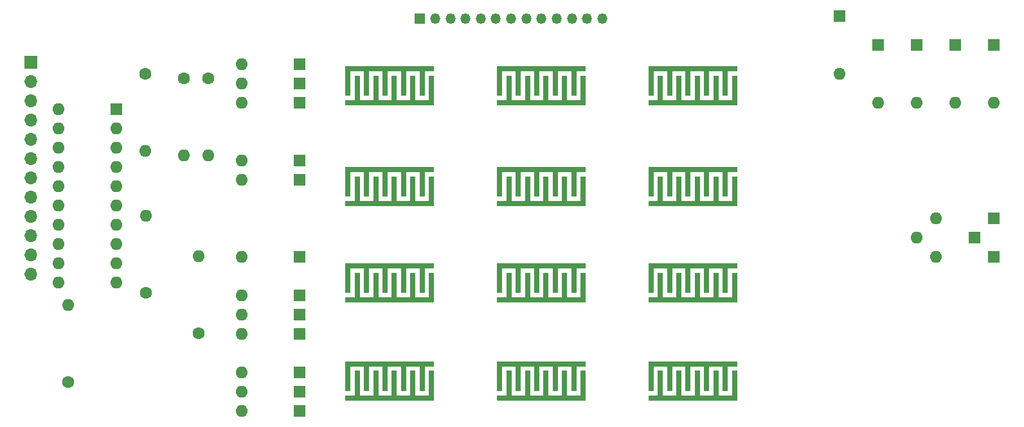
<source format=gts>
%TF.GenerationSoftware,KiCad,Pcbnew,(6.0.0)*%
%TF.CreationDate,2022-03-13T17:54:28-04:00*%
%TF.ProjectId,jaguar controller lower pcb,6a616775-6172-4206-936f-6e74726f6c6c,rev?*%
%TF.SameCoordinates,Original*%
%TF.FileFunction,Soldermask,Top*%
%TF.FilePolarity,Negative*%
%FSLAX46Y46*%
G04 Gerber Fmt 4.6, Leading zero omitted, Abs format (unit mm)*
G04 Created by KiCad (PCBNEW (6.0.0)) date 2022-03-13 17:54:28*
%MOMM*%
%LPD*%
G01*
G04 APERTURE LIST*
%ADD10R,0.720000X3.970000*%
%ADD11R,11.720000X0.720000*%
%ADD12C,1.600000*%
%ADD13O,1.600000X1.600000*%
%ADD14R,1.600000X1.600000*%
%ADD15R,1.700000X1.700000*%
%ADD16O,1.700000X1.700000*%
%ADD17R,1.350000X1.350000*%
%ADD18O,1.350000X1.350000*%
G04 APERTURE END LIST*
D10*
%TO.C,SW10*%
X172345000Y-81965000D03*
X177225000Y-81965000D03*
X167465000Y-81965000D03*
D11*
X172965000Y-80340000D03*
D10*
X174785000Y-81965000D03*
X169905000Y-81965000D03*
X178445000Y-83185000D03*
X176005000Y-83185000D03*
X171125000Y-83185000D03*
X168685000Y-83185000D03*
X173565000Y-83185000D03*
D11*
X172965000Y-84810000D03*
%TD*%
D10*
%TO.C,SW12*%
X169905000Y-120895000D03*
D11*
X172965000Y-119270000D03*
D10*
X172345000Y-120895000D03*
X177225000Y-120895000D03*
X174785000Y-120895000D03*
X167465000Y-120895000D03*
X171125000Y-122115000D03*
X178445000Y-122115000D03*
D11*
X172965000Y-123740000D03*
D10*
X168685000Y-122115000D03*
X173565000Y-122115000D03*
X176005000Y-122115000D03*
%TD*%
%TO.C,SW5*%
X154855000Y-95275000D03*
X157295000Y-95275000D03*
X149975000Y-95275000D03*
X152415000Y-95275000D03*
X147535000Y-95275000D03*
D11*
X153035000Y-93650000D03*
D10*
X153635000Y-96495000D03*
X158515000Y-96495000D03*
X151195000Y-96495000D03*
D11*
X153035000Y-98120000D03*
D10*
X156075000Y-96495000D03*
X148755000Y-96495000D03*
%TD*%
%TO.C,SW2*%
X127545000Y-95275000D03*
D11*
X133045000Y-93650000D03*
D10*
X137305000Y-95275000D03*
X132425000Y-95275000D03*
X129985000Y-95275000D03*
X134865000Y-95275000D03*
X136085000Y-96495000D03*
X128765000Y-96495000D03*
D11*
X133045000Y-98120000D03*
D10*
X133645000Y-96495000D03*
X131205000Y-96495000D03*
X138525000Y-96495000D03*
%TD*%
%TO.C,SW1*%
X127545000Y-81965000D03*
X129985000Y-81965000D03*
D11*
X133045000Y-80340000D03*
D10*
X134865000Y-81965000D03*
X137305000Y-81965000D03*
X132425000Y-81965000D03*
X136085000Y-83185000D03*
D11*
X133045000Y-84810000D03*
D10*
X133645000Y-83185000D03*
X138525000Y-83185000D03*
X128765000Y-83185000D03*
X131205000Y-83185000D03*
%TD*%
D11*
%TO.C,SW9*%
X172965000Y-93650000D03*
D10*
X167465000Y-95275000D03*
X172345000Y-95275000D03*
X169905000Y-95275000D03*
X174785000Y-95275000D03*
X177225000Y-95275000D03*
D11*
X172965000Y-98120000D03*
D10*
X168685000Y-96495000D03*
X176005000Y-96495000D03*
X173565000Y-96495000D03*
X171125000Y-96495000D03*
X178445000Y-96495000D03*
%TD*%
%TO.C,SW6*%
X154855000Y-81965000D03*
X152415000Y-81965000D03*
X147535000Y-81965000D03*
D11*
X153035000Y-80340000D03*
D10*
X149975000Y-81965000D03*
X157295000Y-81965000D03*
X148755000Y-83185000D03*
D11*
X153035000Y-84810000D03*
D10*
X158515000Y-83185000D03*
X156075000Y-83185000D03*
X153635000Y-83185000D03*
X151195000Y-83185000D03*
%TD*%
%TO.C,SW3*%
X129985000Y-107975000D03*
X134865000Y-107975000D03*
D11*
X133045000Y-106350000D03*
D10*
X127545000Y-107975000D03*
X137305000Y-107975000D03*
X132425000Y-107975000D03*
X138525000Y-109195000D03*
X131205000Y-109195000D03*
X133645000Y-109195000D03*
X128765000Y-109195000D03*
X136085000Y-109195000D03*
D11*
X133045000Y-110820000D03*
%TD*%
D10*
%TO.C,SW8*%
X152415000Y-120895000D03*
X157295000Y-120895000D03*
X149975000Y-120895000D03*
X147535000Y-120895000D03*
D11*
X153035000Y-119270000D03*
D10*
X154855000Y-120895000D03*
X156075000Y-122115000D03*
D11*
X153035000Y-123740000D03*
D10*
X148755000Y-122115000D03*
X158515000Y-122115000D03*
X151195000Y-122115000D03*
X153635000Y-122115000D03*
%TD*%
%TO.C,SW4*%
X132425000Y-120895000D03*
X137305000Y-120895000D03*
X129985000Y-120895000D03*
X134865000Y-120895000D03*
X127545000Y-120895000D03*
D11*
X133045000Y-119270000D03*
D10*
X138525000Y-122115000D03*
X133645000Y-122115000D03*
X131205000Y-122115000D03*
X136085000Y-122115000D03*
D11*
X133045000Y-123740000D03*
D10*
X128765000Y-122115000D03*
%TD*%
D11*
%TO.C,SW7*%
X153035000Y-106350000D03*
D10*
X152415000Y-107975000D03*
X149975000Y-107975000D03*
X147535000Y-107975000D03*
X154855000Y-107975000D03*
X157295000Y-107975000D03*
X151195000Y-109195000D03*
D11*
X153035000Y-110820000D03*
D10*
X156075000Y-109195000D03*
X148755000Y-109195000D03*
X158515000Y-109195000D03*
X153635000Y-109195000D03*
%TD*%
%TO.C,SW11*%
X169905000Y-107975000D03*
X174785000Y-107975000D03*
D11*
X172965000Y-106350000D03*
D10*
X167465000Y-107975000D03*
X177225000Y-107975000D03*
X172345000Y-107975000D03*
X176005000Y-109195000D03*
D11*
X172965000Y-110820000D03*
D10*
X168685000Y-109195000D03*
X171125000Y-109195000D03*
X178445000Y-109195000D03*
X173565000Y-109195000D03*
%TD*%
D12*
%TO.C,R5*%
X90695000Y-121635000D03*
D13*
X90695000Y-111475000D03*
%TD*%
D14*
%TO.C,D11*%
X210075000Y-102585000D03*
D13*
X202455000Y-102585000D03*
%TD*%
D12*
%TO.C,R3*%
X100965000Y-109855000D03*
D13*
X100965000Y-99695000D03*
%TD*%
D14*
%TO.C,D15*%
X202455000Y-77185000D03*
D13*
X202455000Y-84805000D03*
%TD*%
D14*
%TO.C,D2*%
X121175000Y-82265000D03*
D13*
X113555000Y-82265000D03*
%TD*%
D12*
%TO.C,R4*%
X109110000Y-81630000D03*
D13*
X109110000Y-91790000D03*
%TD*%
D15*
%TO.C,J2*%
X85775000Y-79515000D03*
D16*
X85775000Y-82055000D03*
X85775000Y-84595000D03*
X85775000Y-87135000D03*
X85775000Y-89675000D03*
X85775000Y-92215000D03*
X85775000Y-94755000D03*
X85775000Y-97295000D03*
X85775000Y-99835000D03*
X85775000Y-102375000D03*
X85775000Y-104915000D03*
X85775000Y-107455000D03*
%TD*%
D14*
%TO.C,D9*%
X121175000Y-110205000D03*
D13*
X113555000Y-110205000D03*
%TD*%
D12*
%TO.C,R1*%
X100855000Y-80995000D03*
D13*
X100855000Y-91155000D03*
%TD*%
D14*
%TO.C,D1*%
X121175000Y-79725000D03*
D13*
X113555000Y-79725000D03*
%TD*%
D14*
%TO.C,D14*%
X192295000Y-73375000D03*
D13*
X192295000Y-80995000D03*
%TD*%
D14*
%TO.C,D12*%
X212615000Y-105125000D03*
D13*
X204995000Y-105125000D03*
%TD*%
D14*
%TO.C,D10*%
X121175000Y-122905000D03*
D13*
X113555000Y-122905000D03*
%TD*%
D14*
%TO.C,D17*%
X212615000Y-77185000D03*
D13*
X212615000Y-84805000D03*
%TD*%
D14*
%TO.C,D13*%
X212615000Y-100045000D03*
D13*
X204995000Y-100045000D03*
%TD*%
D14*
%TO.C,D5*%
X121175000Y-94965000D03*
D13*
X113555000Y-94965000D03*
%TD*%
D14*
%TO.C,D6*%
X121175000Y-92425000D03*
D13*
X113555000Y-92425000D03*
%TD*%
D14*
%TO.C,D4*%
X121175000Y-105125000D03*
D13*
X113555000Y-105125000D03*
%TD*%
D14*
%TO.C,D3*%
X121175000Y-84805000D03*
D13*
X113555000Y-84805000D03*
%TD*%
D12*
%TO.C,R2*%
X105935000Y-81630000D03*
D13*
X105935000Y-91790000D03*
%TD*%
D14*
%TO.C,D18*%
X121175000Y-120365000D03*
D13*
X113555000Y-120365000D03*
%TD*%
D14*
%TO.C,U1*%
X97019600Y-85719400D03*
D13*
X97019600Y-88259400D03*
X97019600Y-90799400D03*
X97019600Y-93339400D03*
X97019600Y-95879400D03*
X97019600Y-98419400D03*
X97019600Y-100959400D03*
X97019600Y-103499400D03*
X97019600Y-106039400D03*
X97019600Y-108579400D03*
X89399600Y-108579400D03*
X89399600Y-106039400D03*
X89399600Y-103499400D03*
X89399600Y-100959400D03*
X89399600Y-98419400D03*
X89399600Y-95879400D03*
X89399600Y-93339400D03*
X89399600Y-90799400D03*
X89399600Y-88259400D03*
X89399600Y-85719400D03*
%TD*%
D14*
%TO.C,D19*%
X121175000Y-125445000D03*
D13*
X113555000Y-125445000D03*
%TD*%
D14*
%TO.C,D8*%
X121175000Y-112745000D03*
D13*
X113555000Y-112745000D03*
%TD*%
D14*
%TO.C,D7*%
X121175000Y-115285000D03*
D13*
X113555000Y-115285000D03*
%TD*%
D12*
%TO.C,R6*%
X107840000Y-115231200D03*
D13*
X107840000Y-105071200D03*
%TD*%
D17*
%TO.C,J1*%
X137025000Y-73735000D03*
D18*
X139025000Y-73735000D03*
X141025000Y-73735000D03*
X143025000Y-73735000D03*
X145025000Y-73735000D03*
X147025000Y-73735000D03*
X149025000Y-73735000D03*
X151025000Y-73735000D03*
X153025000Y-73735000D03*
X155025000Y-73735000D03*
X157025000Y-73735000D03*
X159025000Y-73735000D03*
X161025000Y-73735000D03*
%TD*%
D14*
%TO.C,D16*%
X197375000Y-77185000D03*
D13*
X197375000Y-84805000D03*
%TD*%
D14*
%TO.C,D20*%
X207535000Y-77185000D03*
D13*
X207535000Y-84805000D03*
%TD*%
M02*

</source>
